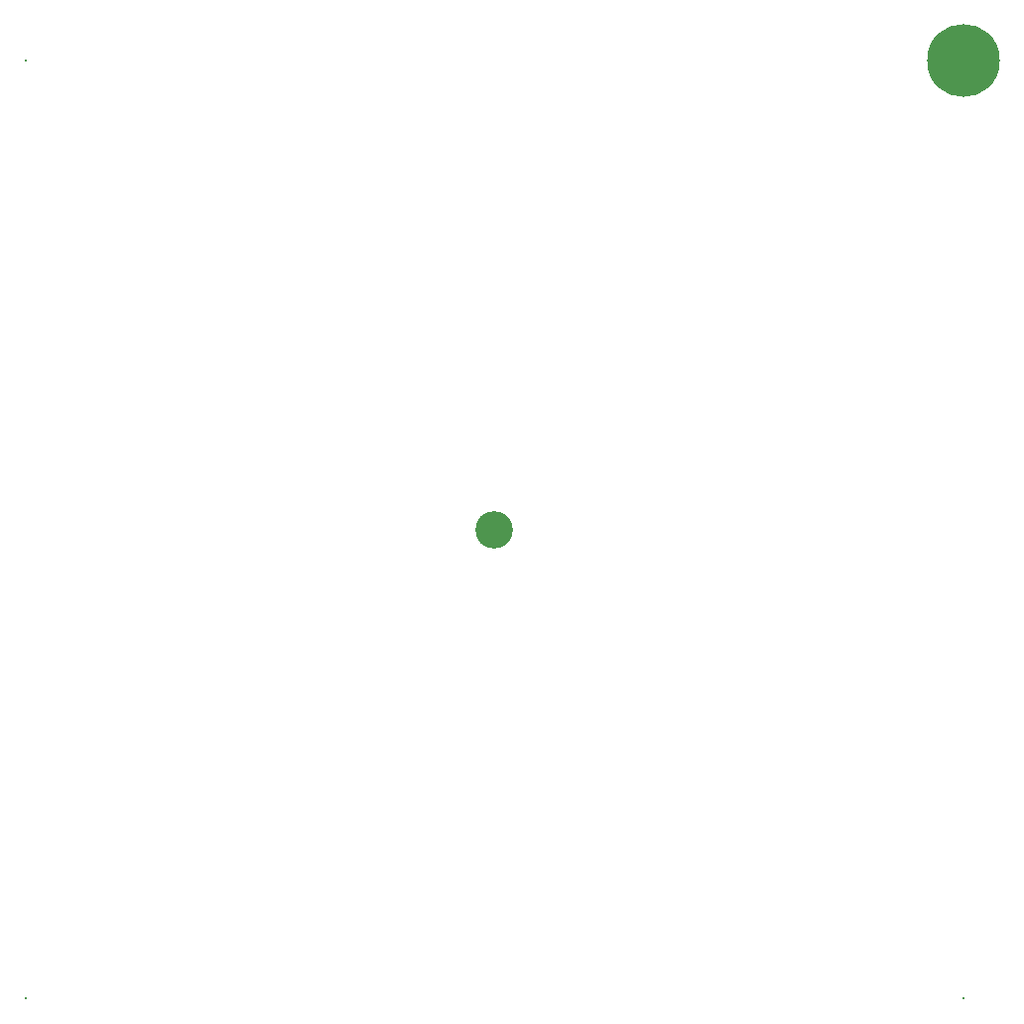
<source format=gts>
G04 Layer_Color=8388736*
%FSLAX25Y25*%
%MOIN*%
G70*
G01*
G75*
%ADD15C,0.12611*%
%ADD16C,0.00800*%
%ADD17C,0.24422*%
D15*
X0Y0D02*
D03*
D16*
X-157480Y157480D02*
D03*
X157480Y-157480D02*
D03*
X-157480D02*
D03*
D17*
X157480Y157480D02*
D03*
M02*

</source>
